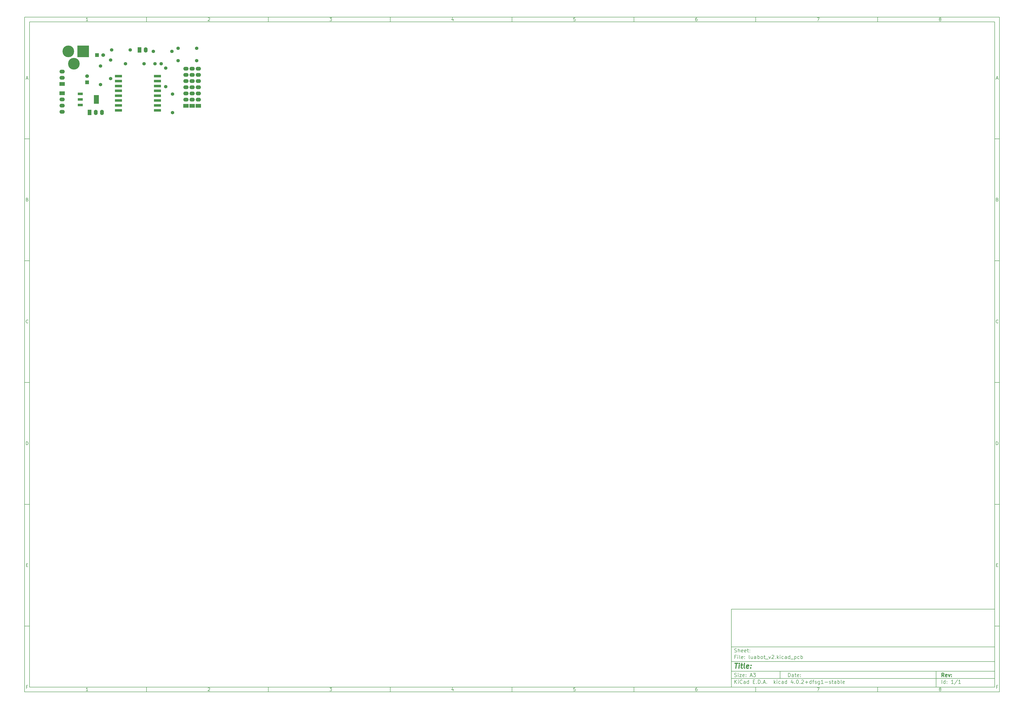
<source format=gbr>
G04 #@! TF.FileFunction,Soldermask,Top*
%FSLAX46Y46*%
G04 Gerber Fmt 4.6, Leading zero omitted, Abs format (unit mm)*
G04 Created by KiCad (PCBNEW 4.0.2+dfsg1-stable) date Fri 20 May 2016 12:50:42 PM COT*
%MOMM*%
G01*
G04 APERTURE LIST*
%ADD10C,0.150000*%
%ADD11C,0.300000*%
%ADD12C,0.400000*%
%ADD13R,3.000000X1.000000*%
%ADD14C,1.397000*%
%ADD15R,2.032000X3.657600*%
%ADD16R,2.032000X1.016000*%
%ADD17C,4.800600*%
%ADD18R,4.800600X4.800600*%
%ADD19R,1.524000X1.524000*%
%ADD20C,1.524000*%
%ADD21R,2.199640X1.524000*%
%ADD22O,2.199640X1.524000*%
%ADD23R,1.524000X2.199640*%
%ADD24O,1.524000X2.199640*%
G04 APERTURE END LIST*
D10*
X299989000Y-253002200D02*
X299989000Y-285002200D01*
X407989000Y-285002200D01*
X407989000Y-253002200D01*
X299989000Y-253002200D01*
X10000000Y-10000000D02*
X10000000Y-287002200D01*
X409989000Y-287002200D01*
X409989000Y-10000000D01*
X10000000Y-10000000D01*
X12000000Y-12000000D02*
X12000000Y-285002200D01*
X407989000Y-285002200D01*
X407989000Y-12000000D01*
X12000000Y-12000000D01*
X60000000Y-12000000D02*
X60000000Y-10000000D01*
X110000000Y-12000000D02*
X110000000Y-10000000D01*
X160000000Y-12000000D02*
X160000000Y-10000000D01*
X210000000Y-12000000D02*
X210000000Y-10000000D01*
X260000000Y-12000000D02*
X260000000Y-10000000D01*
X310000000Y-12000000D02*
X310000000Y-10000000D01*
X360000000Y-12000000D02*
X360000000Y-10000000D01*
X35990476Y-11588095D02*
X35247619Y-11588095D01*
X35619048Y-11588095D02*
X35619048Y-10288095D01*
X35495238Y-10473810D01*
X35371429Y-10597619D01*
X35247619Y-10659524D01*
X85247619Y-10411905D02*
X85309524Y-10350000D01*
X85433333Y-10288095D01*
X85742857Y-10288095D01*
X85866667Y-10350000D01*
X85928571Y-10411905D01*
X85990476Y-10535714D01*
X85990476Y-10659524D01*
X85928571Y-10845238D01*
X85185714Y-11588095D01*
X85990476Y-11588095D01*
X135185714Y-10288095D02*
X135990476Y-10288095D01*
X135557143Y-10783333D01*
X135742857Y-10783333D01*
X135866667Y-10845238D01*
X135928571Y-10907143D01*
X135990476Y-11030952D01*
X135990476Y-11340476D01*
X135928571Y-11464286D01*
X135866667Y-11526190D01*
X135742857Y-11588095D01*
X135371429Y-11588095D01*
X135247619Y-11526190D01*
X135185714Y-11464286D01*
X185866667Y-10721429D02*
X185866667Y-11588095D01*
X185557143Y-10226190D02*
X185247619Y-11154762D01*
X186052381Y-11154762D01*
X235928571Y-10288095D02*
X235309524Y-10288095D01*
X235247619Y-10907143D01*
X235309524Y-10845238D01*
X235433333Y-10783333D01*
X235742857Y-10783333D01*
X235866667Y-10845238D01*
X235928571Y-10907143D01*
X235990476Y-11030952D01*
X235990476Y-11340476D01*
X235928571Y-11464286D01*
X235866667Y-11526190D01*
X235742857Y-11588095D01*
X235433333Y-11588095D01*
X235309524Y-11526190D01*
X235247619Y-11464286D01*
X285866667Y-10288095D02*
X285619048Y-10288095D01*
X285495238Y-10350000D01*
X285433333Y-10411905D01*
X285309524Y-10597619D01*
X285247619Y-10845238D01*
X285247619Y-11340476D01*
X285309524Y-11464286D01*
X285371429Y-11526190D01*
X285495238Y-11588095D01*
X285742857Y-11588095D01*
X285866667Y-11526190D01*
X285928571Y-11464286D01*
X285990476Y-11340476D01*
X285990476Y-11030952D01*
X285928571Y-10907143D01*
X285866667Y-10845238D01*
X285742857Y-10783333D01*
X285495238Y-10783333D01*
X285371429Y-10845238D01*
X285309524Y-10907143D01*
X285247619Y-11030952D01*
X335185714Y-10288095D02*
X336052381Y-10288095D01*
X335495238Y-11588095D01*
X385495238Y-10845238D02*
X385371429Y-10783333D01*
X385309524Y-10721429D01*
X385247619Y-10597619D01*
X385247619Y-10535714D01*
X385309524Y-10411905D01*
X385371429Y-10350000D01*
X385495238Y-10288095D01*
X385742857Y-10288095D01*
X385866667Y-10350000D01*
X385928571Y-10411905D01*
X385990476Y-10535714D01*
X385990476Y-10597619D01*
X385928571Y-10721429D01*
X385866667Y-10783333D01*
X385742857Y-10845238D01*
X385495238Y-10845238D01*
X385371429Y-10907143D01*
X385309524Y-10969048D01*
X385247619Y-11092857D01*
X385247619Y-11340476D01*
X385309524Y-11464286D01*
X385371429Y-11526190D01*
X385495238Y-11588095D01*
X385742857Y-11588095D01*
X385866667Y-11526190D01*
X385928571Y-11464286D01*
X385990476Y-11340476D01*
X385990476Y-11092857D01*
X385928571Y-10969048D01*
X385866667Y-10907143D01*
X385742857Y-10845238D01*
X60000000Y-285002200D02*
X60000000Y-287002200D01*
X110000000Y-285002200D02*
X110000000Y-287002200D01*
X160000000Y-285002200D02*
X160000000Y-287002200D01*
X210000000Y-285002200D02*
X210000000Y-287002200D01*
X260000000Y-285002200D02*
X260000000Y-287002200D01*
X310000000Y-285002200D02*
X310000000Y-287002200D01*
X360000000Y-285002200D02*
X360000000Y-287002200D01*
X35990476Y-286590295D02*
X35247619Y-286590295D01*
X35619048Y-286590295D02*
X35619048Y-285290295D01*
X35495238Y-285476010D01*
X35371429Y-285599819D01*
X35247619Y-285661724D01*
X85247619Y-285414105D02*
X85309524Y-285352200D01*
X85433333Y-285290295D01*
X85742857Y-285290295D01*
X85866667Y-285352200D01*
X85928571Y-285414105D01*
X85990476Y-285537914D01*
X85990476Y-285661724D01*
X85928571Y-285847438D01*
X85185714Y-286590295D01*
X85990476Y-286590295D01*
X135185714Y-285290295D02*
X135990476Y-285290295D01*
X135557143Y-285785533D01*
X135742857Y-285785533D01*
X135866667Y-285847438D01*
X135928571Y-285909343D01*
X135990476Y-286033152D01*
X135990476Y-286342676D01*
X135928571Y-286466486D01*
X135866667Y-286528390D01*
X135742857Y-286590295D01*
X135371429Y-286590295D01*
X135247619Y-286528390D01*
X135185714Y-286466486D01*
X185866667Y-285723629D02*
X185866667Y-286590295D01*
X185557143Y-285228390D02*
X185247619Y-286156962D01*
X186052381Y-286156962D01*
X235928571Y-285290295D02*
X235309524Y-285290295D01*
X235247619Y-285909343D01*
X235309524Y-285847438D01*
X235433333Y-285785533D01*
X235742857Y-285785533D01*
X235866667Y-285847438D01*
X235928571Y-285909343D01*
X235990476Y-286033152D01*
X235990476Y-286342676D01*
X235928571Y-286466486D01*
X235866667Y-286528390D01*
X235742857Y-286590295D01*
X235433333Y-286590295D01*
X235309524Y-286528390D01*
X235247619Y-286466486D01*
X285866667Y-285290295D02*
X285619048Y-285290295D01*
X285495238Y-285352200D01*
X285433333Y-285414105D01*
X285309524Y-285599819D01*
X285247619Y-285847438D01*
X285247619Y-286342676D01*
X285309524Y-286466486D01*
X285371429Y-286528390D01*
X285495238Y-286590295D01*
X285742857Y-286590295D01*
X285866667Y-286528390D01*
X285928571Y-286466486D01*
X285990476Y-286342676D01*
X285990476Y-286033152D01*
X285928571Y-285909343D01*
X285866667Y-285847438D01*
X285742857Y-285785533D01*
X285495238Y-285785533D01*
X285371429Y-285847438D01*
X285309524Y-285909343D01*
X285247619Y-286033152D01*
X335185714Y-285290295D02*
X336052381Y-285290295D01*
X335495238Y-286590295D01*
X385495238Y-285847438D02*
X385371429Y-285785533D01*
X385309524Y-285723629D01*
X385247619Y-285599819D01*
X385247619Y-285537914D01*
X385309524Y-285414105D01*
X385371429Y-285352200D01*
X385495238Y-285290295D01*
X385742857Y-285290295D01*
X385866667Y-285352200D01*
X385928571Y-285414105D01*
X385990476Y-285537914D01*
X385990476Y-285599819D01*
X385928571Y-285723629D01*
X385866667Y-285785533D01*
X385742857Y-285847438D01*
X385495238Y-285847438D01*
X385371429Y-285909343D01*
X385309524Y-285971248D01*
X385247619Y-286095057D01*
X385247619Y-286342676D01*
X385309524Y-286466486D01*
X385371429Y-286528390D01*
X385495238Y-286590295D01*
X385742857Y-286590295D01*
X385866667Y-286528390D01*
X385928571Y-286466486D01*
X385990476Y-286342676D01*
X385990476Y-286095057D01*
X385928571Y-285971248D01*
X385866667Y-285909343D01*
X385742857Y-285847438D01*
X10000000Y-60000000D02*
X12000000Y-60000000D01*
X10000000Y-110000000D02*
X12000000Y-110000000D01*
X10000000Y-160000000D02*
X12000000Y-160000000D01*
X10000000Y-210000000D02*
X12000000Y-210000000D01*
X10000000Y-260000000D02*
X12000000Y-260000000D01*
X10690476Y-35216667D02*
X11309524Y-35216667D01*
X10566667Y-35588095D02*
X11000000Y-34288095D01*
X11433333Y-35588095D01*
X11092857Y-84907143D02*
X11278571Y-84969048D01*
X11340476Y-85030952D01*
X11402381Y-85154762D01*
X11402381Y-85340476D01*
X11340476Y-85464286D01*
X11278571Y-85526190D01*
X11154762Y-85588095D01*
X10659524Y-85588095D01*
X10659524Y-84288095D01*
X11092857Y-84288095D01*
X11216667Y-84350000D01*
X11278571Y-84411905D01*
X11340476Y-84535714D01*
X11340476Y-84659524D01*
X11278571Y-84783333D01*
X11216667Y-84845238D01*
X11092857Y-84907143D01*
X10659524Y-84907143D01*
X11402381Y-135464286D02*
X11340476Y-135526190D01*
X11154762Y-135588095D01*
X11030952Y-135588095D01*
X10845238Y-135526190D01*
X10721429Y-135402381D01*
X10659524Y-135278571D01*
X10597619Y-135030952D01*
X10597619Y-134845238D01*
X10659524Y-134597619D01*
X10721429Y-134473810D01*
X10845238Y-134350000D01*
X11030952Y-134288095D01*
X11154762Y-134288095D01*
X11340476Y-134350000D01*
X11402381Y-134411905D01*
X10659524Y-185588095D02*
X10659524Y-184288095D01*
X10969048Y-184288095D01*
X11154762Y-184350000D01*
X11278571Y-184473810D01*
X11340476Y-184597619D01*
X11402381Y-184845238D01*
X11402381Y-185030952D01*
X11340476Y-185278571D01*
X11278571Y-185402381D01*
X11154762Y-185526190D01*
X10969048Y-185588095D01*
X10659524Y-185588095D01*
X10721429Y-234907143D02*
X11154762Y-234907143D01*
X11340476Y-235588095D02*
X10721429Y-235588095D01*
X10721429Y-234288095D01*
X11340476Y-234288095D01*
X11185714Y-284907143D02*
X10752381Y-284907143D01*
X10752381Y-285588095D02*
X10752381Y-284288095D01*
X11371428Y-284288095D01*
X409989000Y-60000000D02*
X407989000Y-60000000D01*
X409989000Y-110000000D02*
X407989000Y-110000000D01*
X409989000Y-160000000D02*
X407989000Y-160000000D01*
X409989000Y-210000000D02*
X407989000Y-210000000D01*
X409989000Y-260000000D02*
X407989000Y-260000000D01*
X408679476Y-35216667D02*
X409298524Y-35216667D01*
X408555667Y-35588095D02*
X408989000Y-34288095D01*
X409422333Y-35588095D01*
X409081857Y-84907143D02*
X409267571Y-84969048D01*
X409329476Y-85030952D01*
X409391381Y-85154762D01*
X409391381Y-85340476D01*
X409329476Y-85464286D01*
X409267571Y-85526190D01*
X409143762Y-85588095D01*
X408648524Y-85588095D01*
X408648524Y-84288095D01*
X409081857Y-84288095D01*
X409205667Y-84350000D01*
X409267571Y-84411905D01*
X409329476Y-84535714D01*
X409329476Y-84659524D01*
X409267571Y-84783333D01*
X409205667Y-84845238D01*
X409081857Y-84907143D01*
X408648524Y-84907143D01*
X409391381Y-135464286D02*
X409329476Y-135526190D01*
X409143762Y-135588095D01*
X409019952Y-135588095D01*
X408834238Y-135526190D01*
X408710429Y-135402381D01*
X408648524Y-135278571D01*
X408586619Y-135030952D01*
X408586619Y-134845238D01*
X408648524Y-134597619D01*
X408710429Y-134473810D01*
X408834238Y-134350000D01*
X409019952Y-134288095D01*
X409143762Y-134288095D01*
X409329476Y-134350000D01*
X409391381Y-134411905D01*
X408648524Y-185588095D02*
X408648524Y-184288095D01*
X408958048Y-184288095D01*
X409143762Y-184350000D01*
X409267571Y-184473810D01*
X409329476Y-184597619D01*
X409391381Y-184845238D01*
X409391381Y-185030952D01*
X409329476Y-185278571D01*
X409267571Y-185402381D01*
X409143762Y-185526190D01*
X408958048Y-185588095D01*
X408648524Y-185588095D01*
X408710429Y-234907143D02*
X409143762Y-234907143D01*
X409329476Y-235588095D02*
X408710429Y-235588095D01*
X408710429Y-234288095D01*
X409329476Y-234288095D01*
X409174714Y-284907143D02*
X408741381Y-284907143D01*
X408741381Y-285588095D02*
X408741381Y-284288095D01*
X409360428Y-284288095D01*
X323346143Y-280780771D02*
X323346143Y-279280771D01*
X323703286Y-279280771D01*
X323917571Y-279352200D01*
X324060429Y-279495057D01*
X324131857Y-279637914D01*
X324203286Y-279923629D01*
X324203286Y-280137914D01*
X324131857Y-280423629D01*
X324060429Y-280566486D01*
X323917571Y-280709343D01*
X323703286Y-280780771D01*
X323346143Y-280780771D01*
X325489000Y-280780771D02*
X325489000Y-279995057D01*
X325417571Y-279852200D01*
X325274714Y-279780771D01*
X324989000Y-279780771D01*
X324846143Y-279852200D01*
X325489000Y-280709343D02*
X325346143Y-280780771D01*
X324989000Y-280780771D01*
X324846143Y-280709343D01*
X324774714Y-280566486D01*
X324774714Y-280423629D01*
X324846143Y-280280771D01*
X324989000Y-280209343D01*
X325346143Y-280209343D01*
X325489000Y-280137914D01*
X325989000Y-279780771D02*
X326560429Y-279780771D01*
X326203286Y-279280771D02*
X326203286Y-280566486D01*
X326274714Y-280709343D01*
X326417572Y-280780771D01*
X326560429Y-280780771D01*
X327631857Y-280709343D02*
X327489000Y-280780771D01*
X327203286Y-280780771D01*
X327060429Y-280709343D01*
X326989000Y-280566486D01*
X326989000Y-279995057D01*
X327060429Y-279852200D01*
X327203286Y-279780771D01*
X327489000Y-279780771D01*
X327631857Y-279852200D01*
X327703286Y-279995057D01*
X327703286Y-280137914D01*
X326989000Y-280280771D01*
X328346143Y-280637914D02*
X328417571Y-280709343D01*
X328346143Y-280780771D01*
X328274714Y-280709343D01*
X328346143Y-280637914D01*
X328346143Y-280780771D01*
X328346143Y-279852200D02*
X328417571Y-279923629D01*
X328346143Y-279995057D01*
X328274714Y-279923629D01*
X328346143Y-279852200D01*
X328346143Y-279995057D01*
X299989000Y-281502200D02*
X407989000Y-281502200D01*
X301346143Y-283580771D02*
X301346143Y-282080771D01*
X302203286Y-283580771D02*
X301560429Y-282723629D01*
X302203286Y-282080771D02*
X301346143Y-282937914D01*
X302846143Y-283580771D02*
X302846143Y-282580771D01*
X302846143Y-282080771D02*
X302774714Y-282152200D01*
X302846143Y-282223629D01*
X302917571Y-282152200D01*
X302846143Y-282080771D01*
X302846143Y-282223629D01*
X304417572Y-283437914D02*
X304346143Y-283509343D01*
X304131857Y-283580771D01*
X303989000Y-283580771D01*
X303774715Y-283509343D01*
X303631857Y-283366486D01*
X303560429Y-283223629D01*
X303489000Y-282937914D01*
X303489000Y-282723629D01*
X303560429Y-282437914D01*
X303631857Y-282295057D01*
X303774715Y-282152200D01*
X303989000Y-282080771D01*
X304131857Y-282080771D01*
X304346143Y-282152200D01*
X304417572Y-282223629D01*
X305703286Y-283580771D02*
X305703286Y-282795057D01*
X305631857Y-282652200D01*
X305489000Y-282580771D01*
X305203286Y-282580771D01*
X305060429Y-282652200D01*
X305703286Y-283509343D02*
X305560429Y-283580771D01*
X305203286Y-283580771D01*
X305060429Y-283509343D01*
X304989000Y-283366486D01*
X304989000Y-283223629D01*
X305060429Y-283080771D01*
X305203286Y-283009343D01*
X305560429Y-283009343D01*
X305703286Y-282937914D01*
X307060429Y-283580771D02*
X307060429Y-282080771D01*
X307060429Y-283509343D02*
X306917572Y-283580771D01*
X306631858Y-283580771D01*
X306489000Y-283509343D01*
X306417572Y-283437914D01*
X306346143Y-283295057D01*
X306346143Y-282866486D01*
X306417572Y-282723629D01*
X306489000Y-282652200D01*
X306631858Y-282580771D01*
X306917572Y-282580771D01*
X307060429Y-282652200D01*
X308917572Y-282795057D02*
X309417572Y-282795057D01*
X309631858Y-283580771D02*
X308917572Y-283580771D01*
X308917572Y-282080771D01*
X309631858Y-282080771D01*
X310274715Y-283437914D02*
X310346143Y-283509343D01*
X310274715Y-283580771D01*
X310203286Y-283509343D01*
X310274715Y-283437914D01*
X310274715Y-283580771D01*
X310989001Y-283580771D02*
X310989001Y-282080771D01*
X311346144Y-282080771D01*
X311560429Y-282152200D01*
X311703287Y-282295057D01*
X311774715Y-282437914D01*
X311846144Y-282723629D01*
X311846144Y-282937914D01*
X311774715Y-283223629D01*
X311703287Y-283366486D01*
X311560429Y-283509343D01*
X311346144Y-283580771D01*
X310989001Y-283580771D01*
X312489001Y-283437914D02*
X312560429Y-283509343D01*
X312489001Y-283580771D01*
X312417572Y-283509343D01*
X312489001Y-283437914D01*
X312489001Y-283580771D01*
X313131858Y-283152200D02*
X313846144Y-283152200D01*
X312989001Y-283580771D02*
X313489001Y-282080771D01*
X313989001Y-283580771D01*
X314489001Y-283437914D02*
X314560429Y-283509343D01*
X314489001Y-283580771D01*
X314417572Y-283509343D01*
X314489001Y-283437914D01*
X314489001Y-283580771D01*
X317489001Y-283580771D02*
X317489001Y-282080771D01*
X317631858Y-283009343D02*
X318060429Y-283580771D01*
X318060429Y-282580771D02*
X317489001Y-283152200D01*
X318703287Y-283580771D02*
X318703287Y-282580771D01*
X318703287Y-282080771D02*
X318631858Y-282152200D01*
X318703287Y-282223629D01*
X318774715Y-282152200D01*
X318703287Y-282080771D01*
X318703287Y-282223629D01*
X320060430Y-283509343D02*
X319917573Y-283580771D01*
X319631859Y-283580771D01*
X319489001Y-283509343D01*
X319417573Y-283437914D01*
X319346144Y-283295057D01*
X319346144Y-282866486D01*
X319417573Y-282723629D01*
X319489001Y-282652200D01*
X319631859Y-282580771D01*
X319917573Y-282580771D01*
X320060430Y-282652200D01*
X321346144Y-283580771D02*
X321346144Y-282795057D01*
X321274715Y-282652200D01*
X321131858Y-282580771D01*
X320846144Y-282580771D01*
X320703287Y-282652200D01*
X321346144Y-283509343D02*
X321203287Y-283580771D01*
X320846144Y-283580771D01*
X320703287Y-283509343D01*
X320631858Y-283366486D01*
X320631858Y-283223629D01*
X320703287Y-283080771D01*
X320846144Y-283009343D01*
X321203287Y-283009343D01*
X321346144Y-282937914D01*
X322703287Y-283580771D02*
X322703287Y-282080771D01*
X322703287Y-283509343D02*
X322560430Y-283580771D01*
X322274716Y-283580771D01*
X322131858Y-283509343D01*
X322060430Y-283437914D01*
X321989001Y-283295057D01*
X321989001Y-282866486D01*
X322060430Y-282723629D01*
X322131858Y-282652200D01*
X322274716Y-282580771D01*
X322560430Y-282580771D01*
X322703287Y-282652200D01*
X325203287Y-282580771D02*
X325203287Y-283580771D01*
X324846144Y-282009343D02*
X324489001Y-283080771D01*
X325417573Y-283080771D01*
X325989001Y-283437914D02*
X326060429Y-283509343D01*
X325989001Y-283580771D01*
X325917572Y-283509343D01*
X325989001Y-283437914D01*
X325989001Y-283580771D01*
X326989001Y-282080771D02*
X327131858Y-282080771D01*
X327274715Y-282152200D01*
X327346144Y-282223629D01*
X327417573Y-282366486D01*
X327489001Y-282652200D01*
X327489001Y-283009343D01*
X327417573Y-283295057D01*
X327346144Y-283437914D01*
X327274715Y-283509343D01*
X327131858Y-283580771D01*
X326989001Y-283580771D01*
X326846144Y-283509343D01*
X326774715Y-283437914D01*
X326703287Y-283295057D01*
X326631858Y-283009343D01*
X326631858Y-282652200D01*
X326703287Y-282366486D01*
X326774715Y-282223629D01*
X326846144Y-282152200D01*
X326989001Y-282080771D01*
X328131858Y-283437914D02*
X328203286Y-283509343D01*
X328131858Y-283580771D01*
X328060429Y-283509343D01*
X328131858Y-283437914D01*
X328131858Y-283580771D01*
X328774715Y-282223629D02*
X328846144Y-282152200D01*
X328989001Y-282080771D01*
X329346144Y-282080771D01*
X329489001Y-282152200D01*
X329560430Y-282223629D01*
X329631858Y-282366486D01*
X329631858Y-282509343D01*
X329560430Y-282723629D01*
X328703287Y-283580771D01*
X329631858Y-283580771D01*
X330274715Y-283009343D02*
X331417572Y-283009343D01*
X330846143Y-283580771D02*
X330846143Y-282437914D01*
X332774715Y-283580771D02*
X332774715Y-282080771D01*
X332774715Y-283509343D02*
X332631858Y-283580771D01*
X332346144Y-283580771D01*
X332203286Y-283509343D01*
X332131858Y-283437914D01*
X332060429Y-283295057D01*
X332060429Y-282866486D01*
X332131858Y-282723629D01*
X332203286Y-282652200D01*
X332346144Y-282580771D01*
X332631858Y-282580771D01*
X332774715Y-282652200D01*
X333274715Y-282580771D02*
X333846144Y-282580771D01*
X333489001Y-283580771D02*
X333489001Y-282295057D01*
X333560429Y-282152200D01*
X333703287Y-282080771D01*
X333846144Y-282080771D01*
X334274715Y-283509343D02*
X334417572Y-283580771D01*
X334703287Y-283580771D01*
X334846144Y-283509343D01*
X334917572Y-283366486D01*
X334917572Y-283295057D01*
X334846144Y-283152200D01*
X334703287Y-283080771D01*
X334489001Y-283080771D01*
X334346144Y-283009343D01*
X334274715Y-282866486D01*
X334274715Y-282795057D01*
X334346144Y-282652200D01*
X334489001Y-282580771D01*
X334703287Y-282580771D01*
X334846144Y-282652200D01*
X336203287Y-282580771D02*
X336203287Y-283795057D01*
X336131858Y-283937914D01*
X336060430Y-284009343D01*
X335917573Y-284080771D01*
X335703287Y-284080771D01*
X335560430Y-284009343D01*
X336203287Y-283509343D02*
X336060430Y-283580771D01*
X335774716Y-283580771D01*
X335631858Y-283509343D01*
X335560430Y-283437914D01*
X335489001Y-283295057D01*
X335489001Y-282866486D01*
X335560430Y-282723629D01*
X335631858Y-282652200D01*
X335774716Y-282580771D01*
X336060430Y-282580771D01*
X336203287Y-282652200D01*
X337703287Y-283580771D02*
X336846144Y-283580771D01*
X337274716Y-283580771D02*
X337274716Y-282080771D01*
X337131859Y-282295057D01*
X336989001Y-282437914D01*
X336846144Y-282509343D01*
X338346144Y-283009343D02*
X339489001Y-283009343D01*
X340131858Y-283509343D02*
X340274715Y-283580771D01*
X340560430Y-283580771D01*
X340703287Y-283509343D01*
X340774715Y-283366486D01*
X340774715Y-283295057D01*
X340703287Y-283152200D01*
X340560430Y-283080771D01*
X340346144Y-283080771D01*
X340203287Y-283009343D01*
X340131858Y-282866486D01*
X340131858Y-282795057D01*
X340203287Y-282652200D01*
X340346144Y-282580771D01*
X340560430Y-282580771D01*
X340703287Y-282652200D01*
X341203287Y-282580771D02*
X341774716Y-282580771D01*
X341417573Y-282080771D02*
X341417573Y-283366486D01*
X341489001Y-283509343D01*
X341631859Y-283580771D01*
X341774716Y-283580771D01*
X342917573Y-283580771D02*
X342917573Y-282795057D01*
X342846144Y-282652200D01*
X342703287Y-282580771D01*
X342417573Y-282580771D01*
X342274716Y-282652200D01*
X342917573Y-283509343D02*
X342774716Y-283580771D01*
X342417573Y-283580771D01*
X342274716Y-283509343D01*
X342203287Y-283366486D01*
X342203287Y-283223629D01*
X342274716Y-283080771D01*
X342417573Y-283009343D01*
X342774716Y-283009343D01*
X342917573Y-282937914D01*
X343631859Y-283580771D02*
X343631859Y-282080771D01*
X343631859Y-282652200D02*
X343774716Y-282580771D01*
X344060430Y-282580771D01*
X344203287Y-282652200D01*
X344274716Y-282723629D01*
X344346145Y-282866486D01*
X344346145Y-283295057D01*
X344274716Y-283437914D01*
X344203287Y-283509343D01*
X344060430Y-283580771D01*
X343774716Y-283580771D01*
X343631859Y-283509343D01*
X345203288Y-283580771D02*
X345060430Y-283509343D01*
X344989002Y-283366486D01*
X344989002Y-282080771D01*
X346346144Y-283509343D02*
X346203287Y-283580771D01*
X345917573Y-283580771D01*
X345774716Y-283509343D01*
X345703287Y-283366486D01*
X345703287Y-282795057D01*
X345774716Y-282652200D01*
X345917573Y-282580771D01*
X346203287Y-282580771D01*
X346346144Y-282652200D01*
X346417573Y-282795057D01*
X346417573Y-282937914D01*
X345703287Y-283080771D01*
X299989000Y-278502200D02*
X407989000Y-278502200D01*
D11*
X387203286Y-280780771D02*
X386703286Y-280066486D01*
X386346143Y-280780771D02*
X386346143Y-279280771D01*
X386917571Y-279280771D01*
X387060429Y-279352200D01*
X387131857Y-279423629D01*
X387203286Y-279566486D01*
X387203286Y-279780771D01*
X387131857Y-279923629D01*
X387060429Y-279995057D01*
X386917571Y-280066486D01*
X386346143Y-280066486D01*
X388417571Y-280709343D02*
X388274714Y-280780771D01*
X387989000Y-280780771D01*
X387846143Y-280709343D01*
X387774714Y-280566486D01*
X387774714Y-279995057D01*
X387846143Y-279852200D01*
X387989000Y-279780771D01*
X388274714Y-279780771D01*
X388417571Y-279852200D01*
X388489000Y-279995057D01*
X388489000Y-280137914D01*
X387774714Y-280280771D01*
X388989000Y-279780771D02*
X389346143Y-280780771D01*
X389703285Y-279780771D01*
X390274714Y-280637914D02*
X390346142Y-280709343D01*
X390274714Y-280780771D01*
X390203285Y-280709343D01*
X390274714Y-280637914D01*
X390274714Y-280780771D01*
X390274714Y-279852200D02*
X390346142Y-279923629D01*
X390274714Y-279995057D01*
X390203285Y-279923629D01*
X390274714Y-279852200D01*
X390274714Y-279995057D01*
D10*
X301274714Y-280709343D02*
X301489000Y-280780771D01*
X301846143Y-280780771D01*
X301989000Y-280709343D01*
X302060429Y-280637914D01*
X302131857Y-280495057D01*
X302131857Y-280352200D01*
X302060429Y-280209343D01*
X301989000Y-280137914D01*
X301846143Y-280066486D01*
X301560429Y-279995057D01*
X301417571Y-279923629D01*
X301346143Y-279852200D01*
X301274714Y-279709343D01*
X301274714Y-279566486D01*
X301346143Y-279423629D01*
X301417571Y-279352200D01*
X301560429Y-279280771D01*
X301917571Y-279280771D01*
X302131857Y-279352200D01*
X302774714Y-280780771D02*
X302774714Y-279780771D01*
X302774714Y-279280771D02*
X302703285Y-279352200D01*
X302774714Y-279423629D01*
X302846142Y-279352200D01*
X302774714Y-279280771D01*
X302774714Y-279423629D01*
X303346143Y-279780771D02*
X304131857Y-279780771D01*
X303346143Y-280780771D01*
X304131857Y-280780771D01*
X305274714Y-280709343D02*
X305131857Y-280780771D01*
X304846143Y-280780771D01*
X304703286Y-280709343D01*
X304631857Y-280566486D01*
X304631857Y-279995057D01*
X304703286Y-279852200D01*
X304846143Y-279780771D01*
X305131857Y-279780771D01*
X305274714Y-279852200D01*
X305346143Y-279995057D01*
X305346143Y-280137914D01*
X304631857Y-280280771D01*
X305989000Y-280637914D02*
X306060428Y-280709343D01*
X305989000Y-280780771D01*
X305917571Y-280709343D01*
X305989000Y-280637914D01*
X305989000Y-280780771D01*
X305989000Y-279852200D02*
X306060428Y-279923629D01*
X305989000Y-279995057D01*
X305917571Y-279923629D01*
X305989000Y-279852200D01*
X305989000Y-279995057D01*
X307774714Y-280352200D02*
X308489000Y-280352200D01*
X307631857Y-280780771D02*
X308131857Y-279280771D01*
X308631857Y-280780771D01*
X308989000Y-279280771D02*
X309917571Y-279280771D01*
X309417571Y-279852200D01*
X309631857Y-279852200D01*
X309774714Y-279923629D01*
X309846143Y-279995057D01*
X309917571Y-280137914D01*
X309917571Y-280495057D01*
X309846143Y-280637914D01*
X309774714Y-280709343D01*
X309631857Y-280780771D01*
X309203285Y-280780771D01*
X309060428Y-280709343D01*
X308989000Y-280637914D01*
X386346143Y-283580771D02*
X386346143Y-282080771D01*
X387703286Y-283580771D02*
X387703286Y-282080771D01*
X387703286Y-283509343D02*
X387560429Y-283580771D01*
X387274715Y-283580771D01*
X387131857Y-283509343D01*
X387060429Y-283437914D01*
X386989000Y-283295057D01*
X386989000Y-282866486D01*
X387060429Y-282723629D01*
X387131857Y-282652200D01*
X387274715Y-282580771D01*
X387560429Y-282580771D01*
X387703286Y-282652200D01*
X388417572Y-283437914D02*
X388489000Y-283509343D01*
X388417572Y-283580771D01*
X388346143Y-283509343D01*
X388417572Y-283437914D01*
X388417572Y-283580771D01*
X388417572Y-282652200D02*
X388489000Y-282723629D01*
X388417572Y-282795057D01*
X388346143Y-282723629D01*
X388417572Y-282652200D01*
X388417572Y-282795057D01*
X391060429Y-283580771D02*
X390203286Y-283580771D01*
X390631858Y-283580771D02*
X390631858Y-282080771D01*
X390489001Y-282295057D01*
X390346143Y-282437914D01*
X390203286Y-282509343D01*
X392774714Y-282009343D02*
X391489000Y-283937914D01*
X394060429Y-283580771D02*
X393203286Y-283580771D01*
X393631858Y-283580771D02*
X393631858Y-282080771D01*
X393489001Y-282295057D01*
X393346143Y-282437914D01*
X393203286Y-282509343D01*
X299989000Y-274502200D02*
X407989000Y-274502200D01*
D12*
X301441381Y-275206962D02*
X302584238Y-275206962D01*
X301762810Y-277206962D02*
X302012810Y-275206962D01*
X303000905Y-277206962D02*
X303167571Y-275873629D01*
X303250905Y-275206962D02*
X303143762Y-275302200D01*
X303227095Y-275397438D01*
X303334239Y-275302200D01*
X303250905Y-275206962D01*
X303227095Y-275397438D01*
X303834238Y-275873629D02*
X304596143Y-275873629D01*
X304203286Y-275206962D02*
X303989000Y-276921248D01*
X304060430Y-277111724D01*
X304239001Y-277206962D01*
X304429477Y-277206962D01*
X305381858Y-277206962D02*
X305203287Y-277111724D01*
X305131857Y-276921248D01*
X305346143Y-275206962D01*
X306917572Y-277111724D02*
X306715191Y-277206962D01*
X306334239Y-277206962D01*
X306155667Y-277111724D01*
X306084238Y-276921248D01*
X306179476Y-276159343D01*
X306298524Y-275968867D01*
X306500905Y-275873629D01*
X306881857Y-275873629D01*
X307060429Y-275968867D01*
X307131857Y-276159343D01*
X307108048Y-276349819D01*
X306131857Y-276540295D01*
X307881857Y-277016486D02*
X307965192Y-277111724D01*
X307858048Y-277206962D01*
X307774715Y-277111724D01*
X307881857Y-277016486D01*
X307858048Y-277206962D01*
X308012810Y-275968867D02*
X308096144Y-276064105D01*
X307989000Y-276159343D01*
X307905667Y-276064105D01*
X308012810Y-275968867D01*
X307989000Y-276159343D01*
D10*
X301846143Y-272595057D02*
X301346143Y-272595057D01*
X301346143Y-273380771D02*
X301346143Y-271880771D01*
X302060429Y-271880771D01*
X302631857Y-273380771D02*
X302631857Y-272380771D01*
X302631857Y-271880771D02*
X302560428Y-271952200D01*
X302631857Y-272023629D01*
X302703285Y-271952200D01*
X302631857Y-271880771D01*
X302631857Y-272023629D01*
X303560429Y-273380771D02*
X303417571Y-273309343D01*
X303346143Y-273166486D01*
X303346143Y-271880771D01*
X304703285Y-273309343D02*
X304560428Y-273380771D01*
X304274714Y-273380771D01*
X304131857Y-273309343D01*
X304060428Y-273166486D01*
X304060428Y-272595057D01*
X304131857Y-272452200D01*
X304274714Y-272380771D01*
X304560428Y-272380771D01*
X304703285Y-272452200D01*
X304774714Y-272595057D01*
X304774714Y-272737914D01*
X304060428Y-272880771D01*
X305417571Y-273237914D02*
X305488999Y-273309343D01*
X305417571Y-273380771D01*
X305346142Y-273309343D01*
X305417571Y-273237914D01*
X305417571Y-273380771D01*
X305417571Y-272452200D02*
X305488999Y-272523629D01*
X305417571Y-272595057D01*
X305346142Y-272523629D01*
X305417571Y-272452200D01*
X305417571Y-272595057D01*
X307489000Y-273380771D02*
X307346142Y-273309343D01*
X307274714Y-273166486D01*
X307274714Y-271880771D01*
X308703285Y-272380771D02*
X308703285Y-273380771D01*
X308060428Y-272380771D02*
X308060428Y-273166486D01*
X308131856Y-273309343D01*
X308274714Y-273380771D01*
X308488999Y-273380771D01*
X308631856Y-273309343D01*
X308703285Y-273237914D01*
X310060428Y-273380771D02*
X310060428Y-272595057D01*
X309988999Y-272452200D01*
X309846142Y-272380771D01*
X309560428Y-272380771D01*
X309417571Y-272452200D01*
X310060428Y-273309343D02*
X309917571Y-273380771D01*
X309560428Y-273380771D01*
X309417571Y-273309343D01*
X309346142Y-273166486D01*
X309346142Y-273023629D01*
X309417571Y-272880771D01*
X309560428Y-272809343D01*
X309917571Y-272809343D01*
X310060428Y-272737914D01*
X310774714Y-273380771D02*
X310774714Y-271880771D01*
X310774714Y-272452200D02*
X310917571Y-272380771D01*
X311203285Y-272380771D01*
X311346142Y-272452200D01*
X311417571Y-272523629D01*
X311489000Y-272666486D01*
X311489000Y-273095057D01*
X311417571Y-273237914D01*
X311346142Y-273309343D01*
X311203285Y-273380771D01*
X310917571Y-273380771D01*
X310774714Y-273309343D01*
X312346143Y-273380771D02*
X312203285Y-273309343D01*
X312131857Y-273237914D01*
X312060428Y-273095057D01*
X312060428Y-272666486D01*
X312131857Y-272523629D01*
X312203285Y-272452200D01*
X312346143Y-272380771D01*
X312560428Y-272380771D01*
X312703285Y-272452200D01*
X312774714Y-272523629D01*
X312846143Y-272666486D01*
X312846143Y-273095057D01*
X312774714Y-273237914D01*
X312703285Y-273309343D01*
X312560428Y-273380771D01*
X312346143Y-273380771D01*
X313274714Y-272380771D02*
X313846143Y-272380771D01*
X313489000Y-271880771D02*
X313489000Y-273166486D01*
X313560428Y-273309343D01*
X313703286Y-273380771D01*
X313846143Y-273380771D01*
X313989000Y-273523629D02*
X315131857Y-273523629D01*
X315346143Y-272380771D02*
X315703286Y-273380771D01*
X316060428Y-272380771D01*
X316560428Y-272023629D02*
X316631857Y-271952200D01*
X316774714Y-271880771D01*
X317131857Y-271880771D01*
X317274714Y-271952200D01*
X317346143Y-272023629D01*
X317417571Y-272166486D01*
X317417571Y-272309343D01*
X317346143Y-272523629D01*
X316489000Y-273380771D01*
X317417571Y-273380771D01*
X318060428Y-273237914D02*
X318131856Y-273309343D01*
X318060428Y-273380771D01*
X317988999Y-273309343D01*
X318060428Y-273237914D01*
X318060428Y-273380771D01*
X318774714Y-273380771D02*
X318774714Y-271880771D01*
X318917571Y-272809343D02*
X319346142Y-273380771D01*
X319346142Y-272380771D02*
X318774714Y-272952200D01*
X319989000Y-273380771D02*
X319989000Y-272380771D01*
X319989000Y-271880771D02*
X319917571Y-271952200D01*
X319989000Y-272023629D01*
X320060428Y-271952200D01*
X319989000Y-271880771D01*
X319989000Y-272023629D01*
X321346143Y-273309343D02*
X321203286Y-273380771D01*
X320917572Y-273380771D01*
X320774714Y-273309343D01*
X320703286Y-273237914D01*
X320631857Y-273095057D01*
X320631857Y-272666486D01*
X320703286Y-272523629D01*
X320774714Y-272452200D01*
X320917572Y-272380771D01*
X321203286Y-272380771D01*
X321346143Y-272452200D01*
X322631857Y-273380771D02*
X322631857Y-272595057D01*
X322560428Y-272452200D01*
X322417571Y-272380771D01*
X322131857Y-272380771D01*
X321989000Y-272452200D01*
X322631857Y-273309343D02*
X322489000Y-273380771D01*
X322131857Y-273380771D01*
X321989000Y-273309343D01*
X321917571Y-273166486D01*
X321917571Y-273023629D01*
X321989000Y-272880771D01*
X322131857Y-272809343D01*
X322489000Y-272809343D01*
X322631857Y-272737914D01*
X323989000Y-273380771D02*
X323989000Y-271880771D01*
X323989000Y-273309343D02*
X323846143Y-273380771D01*
X323560429Y-273380771D01*
X323417571Y-273309343D01*
X323346143Y-273237914D01*
X323274714Y-273095057D01*
X323274714Y-272666486D01*
X323346143Y-272523629D01*
X323417571Y-272452200D01*
X323560429Y-272380771D01*
X323846143Y-272380771D01*
X323989000Y-272452200D01*
X324346143Y-273523629D02*
X325489000Y-273523629D01*
X325846143Y-272380771D02*
X325846143Y-273880771D01*
X325846143Y-272452200D02*
X325989000Y-272380771D01*
X326274714Y-272380771D01*
X326417571Y-272452200D01*
X326489000Y-272523629D01*
X326560429Y-272666486D01*
X326560429Y-273095057D01*
X326489000Y-273237914D01*
X326417571Y-273309343D01*
X326274714Y-273380771D01*
X325989000Y-273380771D01*
X325846143Y-273309343D01*
X327846143Y-273309343D02*
X327703286Y-273380771D01*
X327417572Y-273380771D01*
X327274714Y-273309343D01*
X327203286Y-273237914D01*
X327131857Y-273095057D01*
X327131857Y-272666486D01*
X327203286Y-272523629D01*
X327274714Y-272452200D01*
X327417572Y-272380771D01*
X327703286Y-272380771D01*
X327846143Y-272452200D01*
X328489000Y-273380771D02*
X328489000Y-271880771D01*
X328489000Y-272452200D02*
X328631857Y-272380771D01*
X328917571Y-272380771D01*
X329060428Y-272452200D01*
X329131857Y-272523629D01*
X329203286Y-272666486D01*
X329203286Y-273095057D01*
X329131857Y-273237914D01*
X329060428Y-273309343D01*
X328917571Y-273380771D01*
X328631857Y-273380771D01*
X328489000Y-273309343D01*
X299989000Y-268502200D02*
X407989000Y-268502200D01*
X301274714Y-270609343D02*
X301489000Y-270680771D01*
X301846143Y-270680771D01*
X301989000Y-270609343D01*
X302060429Y-270537914D01*
X302131857Y-270395057D01*
X302131857Y-270252200D01*
X302060429Y-270109343D01*
X301989000Y-270037914D01*
X301846143Y-269966486D01*
X301560429Y-269895057D01*
X301417571Y-269823629D01*
X301346143Y-269752200D01*
X301274714Y-269609343D01*
X301274714Y-269466486D01*
X301346143Y-269323629D01*
X301417571Y-269252200D01*
X301560429Y-269180771D01*
X301917571Y-269180771D01*
X302131857Y-269252200D01*
X302774714Y-270680771D02*
X302774714Y-269180771D01*
X303417571Y-270680771D02*
X303417571Y-269895057D01*
X303346142Y-269752200D01*
X303203285Y-269680771D01*
X302989000Y-269680771D01*
X302846142Y-269752200D01*
X302774714Y-269823629D01*
X304703285Y-270609343D02*
X304560428Y-270680771D01*
X304274714Y-270680771D01*
X304131857Y-270609343D01*
X304060428Y-270466486D01*
X304060428Y-269895057D01*
X304131857Y-269752200D01*
X304274714Y-269680771D01*
X304560428Y-269680771D01*
X304703285Y-269752200D01*
X304774714Y-269895057D01*
X304774714Y-270037914D01*
X304060428Y-270180771D01*
X305988999Y-270609343D02*
X305846142Y-270680771D01*
X305560428Y-270680771D01*
X305417571Y-270609343D01*
X305346142Y-270466486D01*
X305346142Y-269895057D01*
X305417571Y-269752200D01*
X305560428Y-269680771D01*
X305846142Y-269680771D01*
X305988999Y-269752200D01*
X306060428Y-269895057D01*
X306060428Y-270037914D01*
X305346142Y-270180771D01*
X306488999Y-269680771D02*
X307060428Y-269680771D01*
X306703285Y-269180771D02*
X306703285Y-270466486D01*
X306774713Y-270609343D01*
X306917571Y-270680771D01*
X307060428Y-270680771D01*
X307560428Y-270537914D02*
X307631856Y-270609343D01*
X307560428Y-270680771D01*
X307488999Y-270609343D01*
X307560428Y-270537914D01*
X307560428Y-270680771D01*
X307560428Y-269752200D02*
X307631856Y-269823629D01*
X307560428Y-269895057D01*
X307488999Y-269823629D01*
X307560428Y-269752200D01*
X307560428Y-269895057D01*
X319989000Y-278502200D02*
X319989000Y-281502200D01*
X383989000Y-278502200D02*
X383989000Y-285002200D01*
D13*
X64515000Y-48275000D03*
X64515000Y-46275000D03*
X64515000Y-44275000D03*
X64515000Y-42275000D03*
X64515000Y-40275000D03*
X64515000Y-38275000D03*
X64515000Y-36275000D03*
X64515000Y-34275000D03*
X48515000Y-34275000D03*
X48515000Y-36275000D03*
X48515000Y-38275000D03*
X48515000Y-40275000D03*
X48515000Y-42275000D03*
X48515000Y-44275000D03*
X48515000Y-46275000D03*
X48515000Y-48275000D03*
D14*
X80645000Y-22860000D03*
X80645000Y-27940000D03*
X73025000Y-22860000D03*
X73025000Y-27940000D03*
D15*
X39497000Y-43815000D03*
D16*
X32893000Y-43815000D03*
X32893000Y-46101000D03*
X32893000Y-41529000D03*
D14*
X70739000Y-41656000D03*
X70739000Y-49276000D03*
X67945000Y-30988000D03*
X67945000Y-38608000D03*
X45339000Y-35306000D03*
X45339000Y-27686000D03*
X62865000Y-24130000D03*
X70485000Y-24130000D03*
X59055000Y-29210000D03*
X51435000Y-29210000D03*
X41148000Y-30099000D03*
X41148000Y-37719000D03*
X53340000Y-23495000D03*
X45720000Y-23495000D03*
D17*
X27940000Y-24130000D03*
D18*
X34036000Y-24130000D03*
D17*
X30226000Y-29210000D03*
D19*
X39751000Y-25654000D03*
D20*
X42291000Y-25654000D03*
D19*
X35687000Y-36830000D03*
D20*
X35687000Y-34290000D03*
D14*
X63500000Y-29210000D03*
X66040000Y-29210000D03*
D21*
X76200000Y-46482000D03*
D22*
X76200000Y-43942000D03*
X76200000Y-41402000D03*
X76200000Y-38862000D03*
X76200000Y-36322000D03*
X76200000Y-33782000D03*
X76200000Y-31242000D03*
D21*
X81280000Y-46482000D03*
D22*
X81280000Y-43942000D03*
X81280000Y-41402000D03*
X81280000Y-38862000D03*
X81280000Y-36322000D03*
X81280000Y-33782000D03*
X81280000Y-31242000D03*
D21*
X78740000Y-46482000D03*
D22*
X78740000Y-43942000D03*
X78740000Y-41402000D03*
X78740000Y-38862000D03*
X78740000Y-36322000D03*
X78740000Y-33782000D03*
X78740000Y-31242000D03*
D21*
X25400000Y-41275000D03*
D22*
X25400000Y-43815000D03*
X25400000Y-46355000D03*
X25400000Y-48895000D03*
D21*
X25400000Y-37465000D03*
D22*
X25400000Y-34925000D03*
X25400000Y-32385000D03*
D23*
X36703000Y-49149000D03*
D24*
X39243000Y-49149000D03*
X41783000Y-49149000D03*
D23*
X57150000Y-23495000D03*
D24*
X59690000Y-23495000D03*
M02*

</source>
